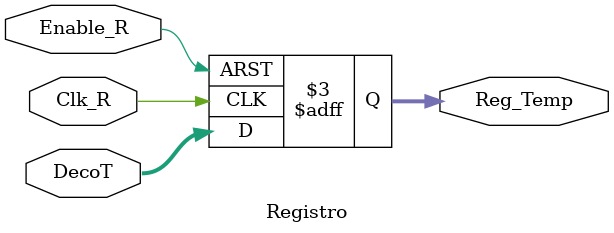
<source format=v>
`timescale 1ns / 1ps
module Registro(
	 input wire Clk_R, Enable_R,
    input wire [7:0]DecoT, 
	 output reg [7:0]Reg_Temp
	 );


always@(posedge Clk_R, negedge Enable_R)
	begin 
		if(Enable_R == 1'b0)
			Reg_Temp <= 8'd0; 
		else 
			Reg_Temp <= DecoT;
	end
endmodule

</source>
